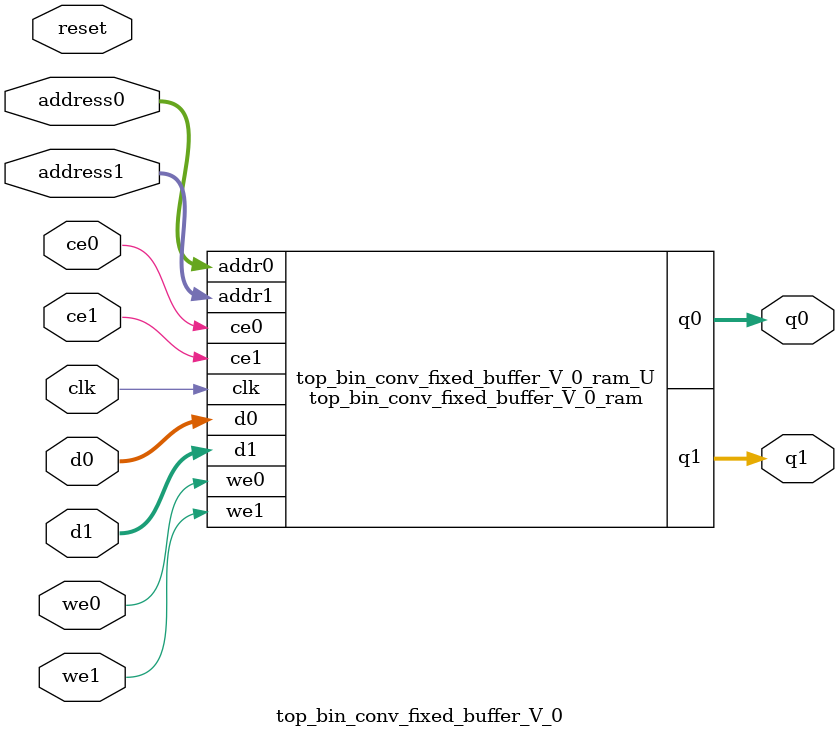
<source format=v>
`timescale 1 ns / 1 ps
module top_bin_conv_fixed_buffer_V_0_ram (addr0, ce0, d0, we0, q0, addr1, ce1, d1, we1, q1,  clk);

parameter DWIDTH = 12;
parameter AWIDTH = 5;
parameter MEM_SIZE = 32;

input[AWIDTH-1:0] addr0;
input ce0;
input[DWIDTH-1:0] d0;
input we0;
output reg[DWIDTH-1:0] q0;
input[AWIDTH-1:0] addr1;
input ce1;
input[DWIDTH-1:0] d1;
input we1;
output reg[DWIDTH-1:0] q1;
input clk;

reg [DWIDTH-1:0] ram[0:MEM_SIZE-1];




always @(posedge clk)  
begin 
    if (ce0) begin
        if (we0) 
            ram[addr0] <= d0; 
        q0 <= ram[addr0];
    end
end


always @(posedge clk)  
begin 
    if (ce1) begin
        if (we1) 
            ram[addr1] <= d1; 
        q1 <= ram[addr1];
    end
end


endmodule

`timescale 1 ns / 1 ps
module top_bin_conv_fixed_buffer_V_0(
    reset,
    clk,
    address0,
    ce0,
    we0,
    d0,
    q0,
    address1,
    ce1,
    we1,
    d1,
    q1);

parameter DataWidth = 32'd12;
parameter AddressRange = 32'd32;
parameter AddressWidth = 32'd5;
input reset;
input clk;
input[AddressWidth - 1:0] address0;
input ce0;
input we0;
input[DataWidth - 1:0] d0;
output[DataWidth - 1:0] q0;
input[AddressWidth - 1:0] address1;
input ce1;
input we1;
input[DataWidth - 1:0] d1;
output[DataWidth - 1:0] q1;



top_bin_conv_fixed_buffer_V_0_ram top_bin_conv_fixed_buffer_V_0_ram_U(
    .clk( clk ),
    .addr0( address0 ),
    .ce0( ce0 ),
    .we0( we0 ),
    .d0( d0 ),
    .q0( q0 ),
    .addr1( address1 ),
    .ce1( ce1 ),
    .we1( we1 ),
    .d1( d1 ),
    .q1( q1 ));

endmodule


</source>
